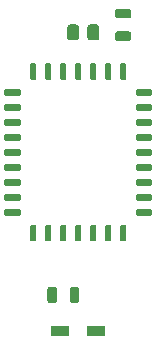
<source format=gtp>
G04 #@! TF.GenerationSoftware,KiCad,Pcbnew,(5.1.5-0-10_14)*
G04 #@! TF.CreationDate,2021-04-02T23:51:13-04:00*
G04 #@! TF.ProjectId,GW28R8128,47573238-5238-4313-9238-2e6b69636164,rev?*
G04 #@! TF.SameCoordinates,Original*
G04 #@! TF.FileFunction,Paste,Top*
G04 #@! TF.FilePolarity,Positive*
%FSLAX46Y46*%
G04 Gerber Fmt 4.6, Leading zero omitted, Abs format (unit mm)*
G04 Created by KiCad (PCBNEW (5.1.5-0-10_14)) date 2021-04-02 23:51:13*
%MOMM*%
%LPD*%
G04 APERTURE LIST*
%ADD10C,0.100000*%
%ADD11R,1.623800X0.823800*%
G04 APERTURE END LIST*
D10*
G36*
X46259603Y-48220963D02*
G01*
X46279018Y-48223843D01*
X46298057Y-48228612D01*
X46316537Y-48235224D01*
X46334279Y-48243616D01*
X46351114Y-48253706D01*
X46366879Y-48265398D01*
X46381421Y-48278579D01*
X46394602Y-48293121D01*
X46406294Y-48308886D01*
X46416384Y-48325721D01*
X46424776Y-48343463D01*
X46431388Y-48361943D01*
X46436157Y-48380982D01*
X46439037Y-48400397D01*
X46440000Y-48420000D01*
X46440000Y-49370000D01*
X46439037Y-49389603D01*
X46436157Y-49409018D01*
X46431388Y-49428057D01*
X46424776Y-49446537D01*
X46416384Y-49464279D01*
X46406294Y-49481114D01*
X46394602Y-49496879D01*
X46381421Y-49511421D01*
X46366879Y-49524602D01*
X46351114Y-49536294D01*
X46334279Y-49546384D01*
X46316537Y-49554776D01*
X46298057Y-49561388D01*
X46279018Y-49566157D01*
X46259603Y-49569037D01*
X46240000Y-49570000D01*
X45840000Y-49570000D01*
X45820397Y-49569037D01*
X45800982Y-49566157D01*
X45781943Y-49561388D01*
X45763463Y-49554776D01*
X45745721Y-49546384D01*
X45728886Y-49536294D01*
X45713121Y-49524602D01*
X45698579Y-49511421D01*
X45685398Y-49496879D01*
X45673706Y-49481114D01*
X45663616Y-49464279D01*
X45655224Y-49446537D01*
X45648612Y-49428057D01*
X45643843Y-49409018D01*
X45640963Y-49389603D01*
X45640000Y-49370000D01*
X45640000Y-48420000D01*
X45640963Y-48400397D01*
X45643843Y-48380982D01*
X45648612Y-48361943D01*
X45655224Y-48343463D01*
X45663616Y-48325721D01*
X45673706Y-48308886D01*
X45685398Y-48293121D01*
X45698579Y-48278579D01*
X45713121Y-48265398D01*
X45728886Y-48253706D01*
X45745721Y-48243616D01*
X45763463Y-48235224D01*
X45781943Y-48228612D01*
X45800982Y-48223843D01*
X45820397Y-48220963D01*
X45840000Y-48220000D01*
X46240000Y-48220000D01*
X46259603Y-48220963D01*
G37*
G36*
X48159603Y-48220963D02*
G01*
X48179018Y-48223843D01*
X48198057Y-48228612D01*
X48216537Y-48235224D01*
X48234279Y-48243616D01*
X48251114Y-48253706D01*
X48266879Y-48265398D01*
X48281421Y-48278579D01*
X48294602Y-48293121D01*
X48306294Y-48308886D01*
X48316384Y-48325721D01*
X48324776Y-48343463D01*
X48331388Y-48361943D01*
X48336157Y-48380982D01*
X48339037Y-48400397D01*
X48340000Y-48420000D01*
X48340000Y-49370000D01*
X48339037Y-49389603D01*
X48336157Y-49409018D01*
X48331388Y-49428057D01*
X48324776Y-49446537D01*
X48316384Y-49464279D01*
X48306294Y-49481114D01*
X48294602Y-49496879D01*
X48281421Y-49511421D01*
X48266879Y-49524602D01*
X48251114Y-49536294D01*
X48234279Y-49546384D01*
X48216537Y-49554776D01*
X48198057Y-49561388D01*
X48179018Y-49566157D01*
X48159603Y-49569037D01*
X48140000Y-49570000D01*
X47740000Y-49570000D01*
X47720397Y-49569037D01*
X47700982Y-49566157D01*
X47681943Y-49561388D01*
X47663463Y-49554776D01*
X47645721Y-49546384D01*
X47628886Y-49536294D01*
X47613121Y-49524602D01*
X47598579Y-49511421D01*
X47585398Y-49496879D01*
X47573706Y-49481114D01*
X47563616Y-49464279D01*
X47555224Y-49446537D01*
X47548612Y-49428057D01*
X47543843Y-49409018D01*
X47540963Y-49389603D01*
X47540000Y-49370000D01*
X47540000Y-48420000D01*
X47540963Y-48400397D01*
X47543843Y-48380982D01*
X47548612Y-48361943D01*
X47555224Y-48343463D01*
X47563616Y-48325721D01*
X47573706Y-48308886D01*
X47585398Y-48293121D01*
X47598579Y-48278579D01*
X47613121Y-48265398D01*
X47628886Y-48253706D01*
X47645721Y-48243616D01*
X47663463Y-48235224D01*
X47681943Y-48228612D01*
X47700982Y-48223843D01*
X47720397Y-48220963D01*
X47740000Y-48220000D01*
X48140000Y-48220000D01*
X48159603Y-48220963D01*
G37*
G36*
X48104504Y-25996204D02*
G01*
X48128773Y-25999804D01*
X48152571Y-26005765D01*
X48175671Y-26014030D01*
X48197849Y-26024520D01*
X48218893Y-26037133D01*
X48238598Y-26051747D01*
X48256777Y-26068223D01*
X48273253Y-26086402D01*
X48287867Y-26106107D01*
X48300480Y-26127151D01*
X48310970Y-26149329D01*
X48319235Y-26172429D01*
X48325196Y-26196227D01*
X48328796Y-26220496D01*
X48330000Y-26245000D01*
X48330000Y-27095000D01*
X48328796Y-27119504D01*
X48325196Y-27143773D01*
X48319235Y-27167571D01*
X48310970Y-27190671D01*
X48300480Y-27212849D01*
X48287867Y-27233893D01*
X48273253Y-27253598D01*
X48256777Y-27271777D01*
X48238598Y-27288253D01*
X48218893Y-27302867D01*
X48197849Y-27315480D01*
X48175671Y-27325970D01*
X48152571Y-27334235D01*
X48128773Y-27340196D01*
X48104504Y-27343796D01*
X48080000Y-27345000D01*
X47580000Y-27345000D01*
X47555496Y-27343796D01*
X47531227Y-27340196D01*
X47507429Y-27334235D01*
X47484329Y-27325970D01*
X47462151Y-27315480D01*
X47441107Y-27302867D01*
X47421402Y-27288253D01*
X47403223Y-27271777D01*
X47386747Y-27253598D01*
X47372133Y-27233893D01*
X47359520Y-27212849D01*
X47349030Y-27190671D01*
X47340765Y-27167571D01*
X47334804Y-27143773D01*
X47331204Y-27119504D01*
X47330000Y-27095000D01*
X47330000Y-26245000D01*
X47331204Y-26220496D01*
X47334804Y-26196227D01*
X47340765Y-26172429D01*
X47349030Y-26149329D01*
X47359520Y-26127151D01*
X47372133Y-26106107D01*
X47386747Y-26086402D01*
X47403223Y-26068223D01*
X47421402Y-26051747D01*
X47441107Y-26037133D01*
X47462151Y-26024520D01*
X47484329Y-26014030D01*
X47507429Y-26005765D01*
X47531227Y-25999804D01*
X47555496Y-25996204D01*
X47580000Y-25995000D01*
X48080000Y-25995000D01*
X48104504Y-25996204D01*
G37*
G36*
X49804504Y-25996204D02*
G01*
X49828773Y-25999804D01*
X49852571Y-26005765D01*
X49875671Y-26014030D01*
X49897849Y-26024520D01*
X49918893Y-26037133D01*
X49938598Y-26051747D01*
X49956777Y-26068223D01*
X49973253Y-26086402D01*
X49987867Y-26106107D01*
X50000480Y-26127151D01*
X50010970Y-26149329D01*
X50019235Y-26172429D01*
X50025196Y-26196227D01*
X50028796Y-26220496D01*
X50030000Y-26245000D01*
X50030000Y-27095000D01*
X50028796Y-27119504D01*
X50025196Y-27143773D01*
X50019235Y-27167571D01*
X50010970Y-27190671D01*
X50000480Y-27212849D01*
X49987867Y-27233893D01*
X49973253Y-27253598D01*
X49956777Y-27271777D01*
X49938598Y-27288253D01*
X49918893Y-27302867D01*
X49897849Y-27315480D01*
X49875671Y-27325970D01*
X49852571Y-27334235D01*
X49828773Y-27340196D01*
X49804504Y-27343796D01*
X49780000Y-27345000D01*
X49280000Y-27345000D01*
X49255496Y-27343796D01*
X49231227Y-27340196D01*
X49207429Y-27334235D01*
X49184329Y-27325970D01*
X49162151Y-27315480D01*
X49141107Y-27302867D01*
X49121402Y-27288253D01*
X49103223Y-27271777D01*
X49086747Y-27253598D01*
X49072133Y-27233893D01*
X49059520Y-27212849D01*
X49049030Y-27190671D01*
X49040765Y-27167571D01*
X49034804Y-27143773D01*
X49031204Y-27119504D01*
X49030000Y-27095000D01*
X49030000Y-26245000D01*
X49031204Y-26220496D01*
X49034804Y-26196227D01*
X49040765Y-26172429D01*
X49049030Y-26149329D01*
X49059520Y-26127151D01*
X49072133Y-26106107D01*
X49086747Y-26086402D01*
X49103223Y-26068223D01*
X49121402Y-26051747D01*
X49141107Y-26037133D01*
X49162151Y-26024520D01*
X49184329Y-26014030D01*
X49207429Y-26005765D01*
X49231227Y-25999804D01*
X49255496Y-25996204D01*
X49280000Y-25995000D01*
X49780000Y-25995000D01*
X49804504Y-25996204D01*
G37*
G36*
X52564603Y-26585963D02*
G01*
X52584018Y-26588843D01*
X52603057Y-26593612D01*
X52621537Y-26600224D01*
X52639279Y-26608616D01*
X52656114Y-26618706D01*
X52671879Y-26630398D01*
X52686421Y-26643579D01*
X52699602Y-26658121D01*
X52711294Y-26673886D01*
X52721384Y-26690721D01*
X52729776Y-26708463D01*
X52736388Y-26726943D01*
X52741157Y-26745982D01*
X52744037Y-26765397D01*
X52745000Y-26785000D01*
X52745000Y-27185000D01*
X52744037Y-27204603D01*
X52741157Y-27224018D01*
X52736388Y-27243057D01*
X52729776Y-27261537D01*
X52721384Y-27279279D01*
X52711294Y-27296114D01*
X52699602Y-27311879D01*
X52686421Y-27326421D01*
X52671879Y-27339602D01*
X52656114Y-27351294D01*
X52639279Y-27361384D01*
X52621537Y-27369776D01*
X52603057Y-27376388D01*
X52584018Y-27381157D01*
X52564603Y-27384037D01*
X52545000Y-27385000D01*
X51595000Y-27385000D01*
X51575397Y-27384037D01*
X51555982Y-27381157D01*
X51536943Y-27376388D01*
X51518463Y-27369776D01*
X51500721Y-27361384D01*
X51483886Y-27351294D01*
X51468121Y-27339602D01*
X51453579Y-27326421D01*
X51440398Y-27311879D01*
X51428706Y-27296114D01*
X51418616Y-27279279D01*
X51410224Y-27261537D01*
X51403612Y-27243057D01*
X51398843Y-27224018D01*
X51395963Y-27204603D01*
X51395000Y-27185000D01*
X51395000Y-26785000D01*
X51395963Y-26765397D01*
X51398843Y-26745982D01*
X51403612Y-26726943D01*
X51410224Y-26708463D01*
X51418616Y-26690721D01*
X51428706Y-26673886D01*
X51440398Y-26658121D01*
X51453579Y-26643579D01*
X51468121Y-26630398D01*
X51483886Y-26618706D01*
X51500721Y-26608616D01*
X51518463Y-26600224D01*
X51536943Y-26593612D01*
X51555982Y-26588843D01*
X51575397Y-26585963D01*
X51595000Y-26585000D01*
X52545000Y-26585000D01*
X52564603Y-26585963D01*
G37*
G36*
X52564603Y-24685963D02*
G01*
X52584018Y-24688843D01*
X52603057Y-24693612D01*
X52621537Y-24700224D01*
X52639279Y-24708616D01*
X52656114Y-24718706D01*
X52671879Y-24730398D01*
X52686421Y-24743579D01*
X52699602Y-24758121D01*
X52711294Y-24773886D01*
X52721384Y-24790721D01*
X52729776Y-24808463D01*
X52736388Y-24826943D01*
X52741157Y-24845982D01*
X52744037Y-24865397D01*
X52745000Y-24885000D01*
X52745000Y-25285000D01*
X52744037Y-25304603D01*
X52741157Y-25324018D01*
X52736388Y-25343057D01*
X52729776Y-25361537D01*
X52721384Y-25379279D01*
X52711294Y-25396114D01*
X52699602Y-25411879D01*
X52686421Y-25426421D01*
X52671879Y-25439602D01*
X52656114Y-25451294D01*
X52639279Y-25461384D01*
X52621537Y-25469776D01*
X52603057Y-25476388D01*
X52584018Y-25481157D01*
X52564603Y-25484037D01*
X52545000Y-25485000D01*
X51595000Y-25485000D01*
X51575397Y-25484037D01*
X51555982Y-25481157D01*
X51536943Y-25476388D01*
X51518463Y-25469776D01*
X51500721Y-25461384D01*
X51483886Y-25451294D01*
X51468121Y-25439602D01*
X51453579Y-25426421D01*
X51440398Y-25411879D01*
X51428706Y-25396114D01*
X51418616Y-25379279D01*
X51410224Y-25361537D01*
X51403612Y-25343057D01*
X51398843Y-25324018D01*
X51395963Y-25304603D01*
X51395000Y-25285000D01*
X51395000Y-24885000D01*
X51395963Y-24865397D01*
X51398843Y-24845982D01*
X51403612Y-24826943D01*
X51410224Y-24808463D01*
X51418616Y-24790721D01*
X51428706Y-24773886D01*
X51440398Y-24758121D01*
X51453579Y-24743579D01*
X51468121Y-24730398D01*
X51483886Y-24718706D01*
X51500721Y-24708616D01*
X51518463Y-24700224D01*
X51536943Y-24693612D01*
X51555982Y-24688843D01*
X51575397Y-24685963D01*
X51595000Y-24685000D01*
X52545000Y-24685000D01*
X52564603Y-24685963D01*
G37*
G36*
X49673785Y-29293731D02*
G01*
X49686497Y-29295616D01*
X49698963Y-29298739D01*
X49711062Y-29303068D01*
X49722679Y-29308562D01*
X49733702Y-29315169D01*
X49744024Y-29322824D01*
X49753546Y-29331454D01*
X49762176Y-29340976D01*
X49769831Y-29351298D01*
X49776438Y-29362321D01*
X49781932Y-29373938D01*
X49786261Y-29386037D01*
X49789384Y-29398503D01*
X49791269Y-29411215D01*
X49791900Y-29424050D01*
X49791900Y-30560950D01*
X49791269Y-30573785D01*
X49789384Y-30586497D01*
X49786261Y-30598963D01*
X49781932Y-30611062D01*
X49776438Y-30622679D01*
X49769831Y-30633702D01*
X49762176Y-30644024D01*
X49753546Y-30653546D01*
X49744024Y-30662176D01*
X49733702Y-30669831D01*
X49722679Y-30676438D01*
X49711062Y-30681932D01*
X49698963Y-30686261D01*
X49686497Y-30689384D01*
X49673785Y-30691269D01*
X49660950Y-30691900D01*
X49399050Y-30691900D01*
X49386215Y-30691269D01*
X49373503Y-30689384D01*
X49361037Y-30686261D01*
X49348938Y-30681932D01*
X49337321Y-30676438D01*
X49326298Y-30669831D01*
X49315976Y-30662176D01*
X49306454Y-30653546D01*
X49297824Y-30644024D01*
X49290169Y-30633702D01*
X49283562Y-30622679D01*
X49278068Y-30611062D01*
X49273739Y-30598963D01*
X49270616Y-30586497D01*
X49268731Y-30573785D01*
X49268100Y-30560950D01*
X49268100Y-29424050D01*
X49268731Y-29411215D01*
X49270616Y-29398503D01*
X49273739Y-29386037D01*
X49278068Y-29373938D01*
X49283562Y-29362321D01*
X49290169Y-29351298D01*
X49297824Y-29340976D01*
X49306454Y-29331454D01*
X49315976Y-29322824D01*
X49326298Y-29315169D01*
X49337321Y-29308562D01*
X49348938Y-29303068D01*
X49361037Y-29298739D01*
X49373503Y-29295616D01*
X49386215Y-29293731D01*
X49399050Y-29293100D01*
X49660950Y-29293100D01*
X49673785Y-29293731D01*
G37*
G36*
X50943785Y-29293731D02*
G01*
X50956497Y-29295616D01*
X50968963Y-29298739D01*
X50981062Y-29303068D01*
X50992679Y-29308562D01*
X51003702Y-29315169D01*
X51014024Y-29322824D01*
X51023546Y-29331454D01*
X51032176Y-29340976D01*
X51039831Y-29351298D01*
X51046438Y-29362321D01*
X51051932Y-29373938D01*
X51056261Y-29386037D01*
X51059384Y-29398503D01*
X51061269Y-29411215D01*
X51061900Y-29424050D01*
X51061900Y-30560950D01*
X51061269Y-30573785D01*
X51059384Y-30586497D01*
X51056261Y-30598963D01*
X51051932Y-30611062D01*
X51046438Y-30622679D01*
X51039831Y-30633702D01*
X51032176Y-30644024D01*
X51023546Y-30653546D01*
X51014024Y-30662176D01*
X51003702Y-30669831D01*
X50992679Y-30676438D01*
X50981062Y-30681932D01*
X50968963Y-30686261D01*
X50956497Y-30689384D01*
X50943785Y-30691269D01*
X50930950Y-30691900D01*
X50669050Y-30691900D01*
X50656215Y-30691269D01*
X50643503Y-30689384D01*
X50631037Y-30686261D01*
X50618938Y-30681932D01*
X50607321Y-30676438D01*
X50596298Y-30669831D01*
X50585976Y-30662176D01*
X50576454Y-30653546D01*
X50567824Y-30644024D01*
X50560169Y-30633702D01*
X50553562Y-30622679D01*
X50548068Y-30611062D01*
X50543739Y-30598963D01*
X50540616Y-30586497D01*
X50538731Y-30573785D01*
X50538100Y-30560950D01*
X50538100Y-29424050D01*
X50538731Y-29411215D01*
X50540616Y-29398503D01*
X50543739Y-29386037D01*
X50548068Y-29373938D01*
X50553562Y-29362321D01*
X50560169Y-29351298D01*
X50567824Y-29340976D01*
X50576454Y-29331454D01*
X50585976Y-29322824D01*
X50596298Y-29315169D01*
X50607321Y-29308562D01*
X50618938Y-29303068D01*
X50631037Y-29298739D01*
X50643503Y-29295616D01*
X50656215Y-29293731D01*
X50669050Y-29293100D01*
X50930950Y-29293100D01*
X50943785Y-29293731D01*
G37*
G36*
X52213785Y-29293731D02*
G01*
X52226497Y-29295616D01*
X52238963Y-29298739D01*
X52251062Y-29303068D01*
X52262679Y-29308562D01*
X52273702Y-29315169D01*
X52284024Y-29322824D01*
X52293546Y-29331454D01*
X52302176Y-29340976D01*
X52309831Y-29351298D01*
X52316438Y-29362321D01*
X52321932Y-29373938D01*
X52326261Y-29386037D01*
X52329384Y-29398503D01*
X52331269Y-29411215D01*
X52331900Y-29424050D01*
X52331900Y-30560950D01*
X52331269Y-30573785D01*
X52329384Y-30586497D01*
X52326261Y-30598963D01*
X52321932Y-30611062D01*
X52316438Y-30622679D01*
X52309831Y-30633702D01*
X52302176Y-30644024D01*
X52293546Y-30653546D01*
X52284024Y-30662176D01*
X52273702Y-30669831D01*
X52262679Y-30676438D01*
X52251062Y-30681932D01*
X52238963Y-30686261D01*
X52226497Y-30689384D01*
X52213785Y-30691269D01*
X52200950Y-30691900D01*
X51939050Y-30691900D01*
X51926215Y-30691269D01*
X51913503Y-30689384D01*
X51901037Y-30686261D01*
X51888938Y-30681932D01*
X51877321Y-30676438D01*
X51866298Y-30669831D01*
X51855976Y-30662176D01*
X51846454Y-30653546D01*
X51837824Y-30644024D01*
X51830169Y-30633702D01*
X51823562Y-30622679D01*
X51818068Y-30611062D01*
X51813739Y-30598963D01*
X51810616Y-30586497D01*
X51808731Y-30573785D01*
X51808100Y-30560950D01*
X51808100Y-29424050D01*
X51808731Y-29411215D01*
X51810616Y-29398503D01*
X51813739Y-29386037D01*
X51818068Y-29373938D01*
X51823562Y-29362321D01*
X51830169Y-29351298D01*
X51837824Y-29340976D01*
X51846454Y-29331454D01*
X51855976Y-29322824D01*
X51866298Y-29315169D01*
X51877321Y-29308562D01*
X51888938Y-29303068D01*
X51901037Y-29298739D01*
X51913503Y-29295616D01*
X51926215Y-29293731D01*
X51939050Y-29293100D01*
X52200950Y-29293100D01*
X52213785Y-29293731D01*
G37*
G36*
X54403785Y-31488731D02*
G01*
X54416497Y-31490616D01*
X54428963Y-31493739D01*
X54441062Y-31498068D01*
X54452679Y-31503562D01*
X54463702Y-31510169D01*
X54474024Y-31517824D01*
X54483546Y-31526454D01*
X54492176Y-31535976D01*
X54499831Y-31546298D01*
X54506438Y-31557321D01*
X54511932Y-31568938D01*
X54516261Y-31581037D01*
X54519384Y-31593503D01*
X54521269Y-31606215D01*
X54521900Y-31619050D01*
X54521900Y-31880950D01*
X54521269Y-31893785D01*
X54519384Y-31906497D01*
X54516261Y-31918963D01*
X54511932Y-31931062D01*
X54506438Y-31942679D01*
X54499831Y-31953702D01*
X54492176Y-31964024D01*
X54483546Y-31973546D01*
X54474024Y-31982176D01*
X54463702Y-31989831D01*
X54452679Y-31996438D01*
X54441062Y-32001932D01*
X54428963Y-32006261D01*
X54416497Y-32009384D01*
X54403785Y-32011269D01*
X54390950Y-32011900D01*
X53254050Y-32011900D01*
X53241215Y-32011269D01*
X53228503Y-32009384D01*
X53216037Y-32006261D01*
X53203938Y-32001932D01*
X53192321Y-31996438D01*
X53181298Y-31989831D01*
X53170976Y-31982176D01*
X53161454Y-31973546D01*
X53152824Y-31964024D01*
X53145169Y-31953702D01*
X53138562Y-31942679D01*
X53133068Y-31931062D01*
X53128739Y-31918963D01*
X53125616Y-31906497D01*
X53123731Y-31893785D01*
X53123100Y-31880950D01*
X53123100Y-31619050D01*
X53123731Y-31606215D01*
X53125616Y-31593503D01*
X53128739Y-31581037D01*
X53133068Y-31568938D01*
X53138562Y-31557321D01*
X53145169Y-31546298D01*
X53152824Y-31535976D01*
X53161454Y-31526454D01*
X53170976Y-31517824D01*
X53181298Y-31510169D01*
X53192321Y-31503562D01*
X53203938Y-31498068D01*
X53216037Y-31493739D01*
X53228503Y-31490616D01*
X53241215Y-31488731D01*
X53254050Y-31488100D01*
X54390950Y-31488100D01*
X54403785Y-31488731D01*
G37*
G36*
X54403785Y-32758731D02*
G01*
X54416497Y-32760616D01*
X54428963Y-32763739D01*
X54441062Y-32768068D01*
X54452679Y-32773562D01*
X54463702Y-32780169D01*
X54474024Y-32787824D01*
X54483546Y-32796454D01*
X54492176Y-32805976D01*
X54499831Y-32816298D01*
X54506438Y-32827321D01*
X54511932Y-32838938D01*
X54516261Y-32851037D01*
X54519384Y-32863503D01*
X54521269Y-32876215D01*
X54521900Y-32889050D01*
X54521900Y-33150950D01*
X54521269Y-33163785D01*
X54519384Y-33176497D01*
X54516261Y-33188963D01*
X54511932Y-33201062D01*
X54506438Y-33212679D01*
X54499831Y-33223702D01*
X54492176Y-33234024D01*
X54483546Y-33243546D01*
X54474024Y-33252176D01*
X54463702Y-33259831D01*
X54452679Y-33266438D01*
X54441062Y-33271932D01*
X54428963Y-33276261D01*
X54416497Y-33279384D01*
X54403785Y-33281269D01*
X54390950Y-33281900D01*
X53254050Y-33281900D01*
X53241215Y-33281269D01*
X53228503Y-33279384D01*
X53216037Y-33276261D01*
X53203938Y-33271932D01*
X53192321Y-33266438D01*
X53181298Y-33259831D01*
X53170976Y-33252176D01*
X53161454Y-33243546D01*
X53152824Y-33234024D01*
X53145169Y-33223702D01*
X53138562Y-33212679D01*
X53133068Y-33201062D01*
X53128739Y-33188963D01*
X53125616Y-33176497D01*
X53123731Y-33163785D01*
X53123100Y-33150950D01*
X53123100Y-32889050D01*
X53123731Y-32876215D01*
X53125616Y-32863503D01*
X53128739Y-32851037D01*
X53133068Y-32838938D01*
X53138562Y-32827321D01*
X53145169Y-32816298D01*
X53152824Y-32805976D01*
X53161454Y-32796454D01*
X53170976Y-32787824D01*
X53181298Y-32780169D01*
X53192321Y-32773562D01*
X53203938Y-32768068D01*
X53216037Y-32763739D01*
X53228503Y-32760616D01*
X53241215Y-32758731D01*
X53254050Y-32758100D01*
X54390950Y-32758100D01*
X54403785Y-32758731D01*
G37*
G36*
X54403785Y-34028731D02*
G01*
X54416497Y-34030616D01*
X54428963Y-34033739D01*
X54441062Y-34038068D01*
X54452679Y-34043562D01*
X54463702Y-34050169D01*
X54474024Y-34057824D01*
X54483546Y-34066454D01*
X54492176Y-34075976D01*
X54499831Y-34086298D01*
X54506438Y-34097321D01*
X54511932Y-34108938D01*
X54516261Y-34121037D01*
X54519384Y-34133503D01*
X54521269Y-34146215D01*
X54521900Y-34159050D01*
X54521900Y-34420950D01*
X54521269Y-34433785D01*
X54519384Y-34446497D01*
X54516261Y-34458963D01*
X54511932Y-34471062D01*
X54506438Y-34482679D01*
X54499831Y-34493702D01*
X54492176Y-34504024D01*
X54483546Y-34513546D01*
X54474024Y-34522176D01*
X54463702Y-34529831D01*
X54452679Y-34536438D01*
X54441062Y-34541932D01*
X54428963Y-34546261D01*
X54416497Y-34549384D01*
X54403785Y-34551269D01*
X54390950Y-34551900D01*
X53254050Y-34551900D01*
X53241215Y-34551269D01*
X53228503Y-34549384D01*
X53216037Y-34546261D01*
X53203938Y-34541932D01*
X53192321Y-34536438D01*
X53181298Y-34529831D01*
X53170976Y-34522176D01*
X53161454Y-34513546D01*
X53152824Y-34504024D01*
X53145169Y-34493702D01*
X53138562Y-34482679D01*
X53133068Y-34471062D01*
X53128739Y-34458963D01*
X53125616Y-34446497D01*
X53123731Y-34433785D01*
X53123100Y-34420950D01*
X53123100Y-34159050D01*
X53123731Y-34146215D01*
X53125616Y-34133503D01*
X53128739Y-34121037D01*
X53133068Y-34108938D01*
X53138562Y-34097321D01*
X53145169Y-34086298D01*
X53152824Y-34075976D01*
X53161454Y-34066454D01*
X53170976Y-34057824D01*
X53181298Y-34050169D01*
X53192321Y-34043562D01*
X53203938Y-34038068D01*
X53216037Y-34033739D01*
X53228503Y-34030616D01*
X53241215Y-34028731D01*
X53254050Y-34028100D01*
X54390950Y-34028100D01*
X54403785Y-34028731D01*
G37*
G36*
X54403785Y-35298731D02*
G01*
X54416497Y-35300616D01*
X54428963Y-35303739D01*
X54441062Y-35308068D01*
X54452679Y-35313562D01*
X54463702Y-35320169D01*
X54474024Y-35327824D01*
X54483546Y-35336454D01*
X54492176Y-35345976D01*
X54499831Y-35356298D01*
X54506438Y-35367321D01*
X54511932Y-35378938D01*
X54516261Y-35391037D01*
X54519384Y-35403503D01*
X54521269Y-35416215D01*
X54521900Y-35429050D01*
X54521900Y-35690950D01*
X54521269Y-35703785D01*
X54519384Y-35716497D01*
X54516261Y-35728963D01*
X54511932Y-35741062D01*
X54506438Y-35752679D01*
X54499831Y-35763702D01*
X54492176Y-35774024D01*
X54483546Y-35783546D01*
X54474024Y-35792176D01*
X54463702Y-35799831D01*
X54452679Y-35806438D01*
X54441062Y-35811932D01*
X54428963Y-35816261D01*
X54416497Y-35819384D01*
X54403785Y-35821269D01*
X54390950Y-35821900D01*
X53254050Y-35821900D01*
X53241215Y-35821269D01*
X53228503Y-35819384D01*
X53216037Y-35816261D01*
X53203938Y-35811932D01*
X53192321Y-35806438D01*
X53181298Y-35799831D01*
X53170976Y-35792176D01*
X53161454Y-35783546D01*
X53152824Y-35774024D01*
X53145169Y-35763702D01*
X53138562Y-35752679D01*
X53133068Y-35741062D01*
X53128739Y-35728963D01*
X53125616Y-35716497D01*
X53123731Y-35703785D01*
X53123100Y-35690950D01*
X53123100Y-35429050D01*
X53123731Y-35416215D01*
X53125616Y-35403503D01*
X53128739Y-35391037D01*
X53133068Y-35378938D01*
X53138562Y-35367321D01*
X53145169Y-35356298D01*
X53152824Y-35345976D01*
X53161454Y-35336454D01*
X53170976Y-35327824D01*
X53181298Y-35320169D01*
X53192321Y-35313562D01*
X53203938Y-35308068D01*
X53216037Y-35303739D01*
X53228503Y-35300616D01*
X53241215Y-35298731D01*
X53254050Y-35298100D01*
X54390950Y-35298100D01*
X54403785Y-35298731D01*
G37*
G36*
X54403785Y-36568731D02*
G01*
X54416497Y-36570616D01*
X54428963Y-36573739D01*
X54441062Y-36578068D01*
X54452679Y-36583562D01*
X54463702Y-36590169D01*
X54474024Y-36597824D01*
X54483546Y-36606454D01*
X54492176Y-36615976D01*
X54499831Y-36626298D01*
X54506438Y-36637321D01*
X54511932Y-36648938D01*
X54516261Y-36661037D01*
X54519384Y-36673503D01*
X54521269Y-36686215D01*
X54521900Y-36699050D01*
X54521900Y-36960950D01*
X54521269Y-36973785D01*
X54519384Y-36986497D01*
X54516261Y-36998963D01*
X54511932Y-37011062D01*
X54506438Y-37022679D01*
X54499831Y-37033702D01*
X54492176Y-37044024D01*
X54483546Y-37053546D01*
X54474024Y-37062176D01*
X54463702Y-37069831D01*
X54452679Y-37076438D01*
X54441062Y-37081932D01*
X54428963Y-37086261D01*
X54416497Y-37089384D01*
X54403785Y-37091269D01*
X54390950Y-37091900D01*
X53254050Y-37091900D01*
X53241215Y-37091269D01*
X53228503Y-37089384D01*
X53216037Y-37086261D01*
X53203938Y-37081932D01*
X53192321Y-37076438D01*
X53181298Y-37069831D01*
X53170976Y-37062176D01*
X53161454Y-37053546D01*
X53152824Y-37044024D01*
X53145169Y-37033702D01*
X53138562Y-37022679D01*
X53133068Y-37011062D01*
X53128739Y-36998963D01*
X53125616Y-36986497D01*
X53123731Y-36973785D01*
X53123100Y-36960950D01*
X53123100Y-36699050D01*
X53123731Y-36686215D01*
X53125616Y-36673503D01*
X53128739Y-36661037D01*
X53133068Y-36648938D01*
X53138562Y-36637321D01*
X53145169Y-36626298D01*
X53152824Y-36615976D01*
X53161454Y-36606454D01*
X53170976Y-36597824D01*
X53181298Y-36590169D01*
X53192321Y-36583562D01*
X53203938Y-36578068D01*
X53216037Y-36573739D01*
X53228503Y-36570616D01*
X53241215Y-36568731D01*
X53254050Y-36568100D01*
X54390950Y-36568100D01*
X54403785Y-36568731D01*
G37*
G36*
X54403785Y-37838731D02*
G01*
X54416497Y-37840616D01*
X54428963Y-37843739D01*
X54441062Y-37848068D01*
X54452679Y-37853562D01*
X54463702Y-37860169D01*
X54474024Y-37867824D01*
X54483546Y-37876454D01*
X54492176Y-37885976D01*
X54499831Y-37896298D01*
X54506438Y-37907321D01*
X54511932Y-37918938D01*
X54516261Y-37931037D01*
X54519384Y-37943503D01*
X54521269Y-37956215D01*
X54521900Y-37969050D01*
X54521900Y-38230950D01*
X54521269Y-38243785D01*
X54519384Y-38256497D01*
X54516261Y-38268963D01*
X54511932Y-38281062D01*
X54506438Y-38292679D01*
X54499831Y-38303702D01*
X54492176Y-38314024D01*
X54483546Y-38323546D01*
X54474024Y-38332176D01*
X54463702Y-38339831D01*
X54452679Y-38346438D01*
X54441062Y-38351932D01*
X54428963Y-38356261D01*
X54416497Y-38359384D01*
X54403785Y-38361269D01*
X54390950Y-38361900D01*
X53254050Y-38361900D01*
X53241215Y-38361269D01*
X53228503Y-38359384D01*
X53216037Y-38356261D01*
X53203938Y-38351932D01*
X53192321Y-38346438D01*
X53181298Y-38339831D01*
X53170976Y-38332176D01*
X53161454Y-38323546D01*
X53152824Y-38314024D01*
X53145169Y-38303702D01*
X53138562Y-38292679D01*
X53133068Y-38281062D01*
X53128739Y-38268963D01*
X53125616Y-38256497D01*
X53123731Y-38243785D01*
X53123100Y-38230950D01*
X53123100Y-37969050D01*
X53123731Y-37956215D01*
X53125616Y-37943503D01*
X53128739Y-37931037D01*
X53133068Y-37918938D01*
X53138562Y-37907321D01*
X53145169Y-37896298D01*
X53152824Y-37885976D01*
X53161454Y-37876454D01*
X53170976Y-37867824D01*
X53181298Y-37860169D01*
X53192321Y-37853562D01*
X53203938Y-37848068D01*
X53216037Y-37843739D01*
X53228503Y-37840616D01*
X53241215Y-37838731D01*
X53254050Y-37838100D01*
X54390950Y-37838100D01*
X54403785Y-37838731D01*
G37*
G36*
X54403785Y-39108731D02*
G01*
X54416497Y-39110616D01*
X54428963Y-39113739D01*
X54441062Y-39118068D01*
X54452679Y-39123562D01*
X54463702Y-39130169D01*
X54474024Y-39137824D01*
X54483546Y-39146454D01*
X54492176Y-39155976D01*
X54499831Y-39166298D01*
X54506438Y-39177321D01*
X54511932Y-39188938D01*
X54516261Y-39201037D01*
X54519384Y-39213503D01*
X54521269Y-39226215D01*
X54521900Y-39239050D01*
X54521900Y-39500950D01*
X54521269Y-39513785D01*
X54519384Y-39526497D01*
X54516261Y-39538963D01*
X54511932Y-39551062D01*
X54506438Y-39562679D01*
X54499831Y-39573702D01*
X54492176Y-39584024D01*
X54483546Y-39593546D01*
X54474024Y-39602176D01*
X54463702Y-39609831D01*
X54452679Y-39616438D01*
X54441062Y-39621932D01*
X54428963Y-39626261D01*
X54416497Y-39629384D01*
X54403785Y-39631269D01*
X54390950Y-39631900D01*
X53254050Y-39631900D01*
X53241215Y-39631269D01*
X53228503Y-39629384D01*
X53216037Y-39626261D01*
X53203938Y-39621932D01*
X53192321Y-39616438D01*
X53181298Y-39609831D01*
X53170976Y-39602176D01*
X53161454Y-39593546D01*
X53152824Y-39584024D01*
X53145169Y-39573702D01*
X53138562Y-39562679D01*
X53133068Y-39551062D01*
X53128739Y-39538963D01*
X53125616Y-39526497D01*
X53123731Y-39513785D01*
X53123100Y-39500950D01*
X53123100Y-39239050D01*
X53123731Y-39226215D01*
X53125616Y-39213503D01*
X53128739Y-39201037D01*
X53133068Y-39188938D01*
X53138562Y-39177321D01*
X53145169Y-39166298D01*
X53152824Y-39155976D01*
X53161454Y-39146454D01*
X53170976Y-39137824D01*
X53181298Y-39130169D01*
X53192321Y-39123562D01*
X53203938Y-39118068D01*
X53216037Y-39113739D01*
X53228503Y-39110616D01*
X53241215Y-39108731D01*
X53254050Y-39108100D01*
X54390950Y-39108100D01*
X54403785Y-39108731D01*
G37*
G36*
X54403785Y-40378731D02*
G01*
X54416497Y-40380616D01*
X54428963Y-40383739D01*
X54441062Y-40388068D01*
X54452679Y-40393562D01*
X54463702Y-40400169D01*
X54474024Y-40407824D01*
X54483546Y-40416454D01*
X54492176Y-40425976D01*
X54499831Y-40436298D01*
X54506438Y-40447321D01*
X54511932Y-40458938D01*
X54516261Y-40471037D01*
X54519384Y-40483503D01*
X54521269Y-40496215D01*
X54521900Y-40509050D01*
X54521900Y-40770950D01*
X54521269Y-40783785D01*
X54519384Y-40796497D01*
X54516261Y-40808963D01*
X54511932Y-40821062D01*
X54506438Y-40832679D01*
X54499831Y-40843702D01*
X54492176Y-40854024D01*
X54483546Y-40863546D01*
X54474024Y-40872176D01*
X54463702Y-40879831D01*
X54452679Y-40886438D01*
X54441062Y-40891932D01*
X54428963Y-40896261D01*
X54416497Y-40899384D01*
X54403785Y-40901269D01*
X54390950Y-40901900D01*
X53254050Y-40901900D01*
X53241215Y-40901269D01*
X53228503Y-40899384D01*
X53216037Y-40896261D01*
X53203938Y-40891932D01*
X53192321Y-40886438D01*
X53181298Y-40879831D01*
X53170976Y-40872176D01*
X53161454Y-40863546D01*
X53152824Y-40854024D01*
X53145169Y-40843702D01*
X53138562Y-40832679D01*
X53133068Y-40821062D01*
X53128739Y-40808963D01*
X53125616Y-40796497D01*
X53123731Y-40783785D01*
X53123100Y-40770950D01*
X53123100Y-40509050D01*
X53123731Y-40496215D01*
X53125616Y-40483503D01*
X53128739Y-40471037D01*
X53133068Y-40458938D01*
X53138562Y-40447321D01*
X53145169Y-40436298D01*
X53152824Y-40425976D01*
X53161454Y-40416454D01*
X53170976Y-40407824D01*
X53181298Y-40400169D01*
X53192321Y-40393562D01*
X53203938Y-40388068D01*
X53216037Y-40383739D01*
X53228503Y-40380616D01*
X53241215Y-40378731D01*
X53254050Y-40378100D01*
X54390950Y-40378100D01*
X54403785Y-40378731D01*
G37*
G36*
X54403785Y-41648731D02*
G01*
X54416497Y-41650616D01*
X54428963Y-41653739D01*
X54441062Y-41658068D01*
X54452679Y-41663562D01*
X54463702Y-41670169D01*
X54474024Y-41677824D01*
X54483546Y-41686454D01*
X54492176Y-41695976D01*
X54499831Y-41706298D01*
X54506438Y-41717321D01*
X54511932Y-41728938D01*
X54516261Y-41741037D01*
X54519384Y-41753503D01*
X54521269Y-41766215D01*
X54521900Y-41779050D01*
X54521900Y-42040950D01*
X54521269Y-42053785D01*
X54519384Y-42066497D01*
X54516261Y-42078963D01*
X54511932Y-42091062D01*
X54506438Y-42102679D01*
X54499831Y-42113702D01*
X54492176Y-42124024D01*
X54483546Y-42133546D01*
X54474024Y-42142176D01*
X54463702Y-42149831D01*
X54452679Y-42156438D01*
X54441062Y-42161932D01*
X54428963Y-42166261D01*
X54416497Y-42169384D01*
X54403785Y-42171269D01*
X54390950Y-42171900D01*
X53254050Y-42171900D01*
X53241215Y-42171269D01*
X53228503Y-42169384D01*
X53216037Y-42166261D01*
X53203938Y-42161932D01*
X53192321Y-42156438D01*
X53181298Y-42149831D01*
X53170976Y-42142176D01*
X53161454Y-42133546D01*
X53152824Y-42124024D01*
X53145169Y-42113702D01*
X53138562Y-42102679D01*
X53133068Y-42091062D01*
X53128739Y-42078963D01*
X53125616Y-42066497D01*
X53123731Y-42053785D01*
X53123100Y-42040950D01*
X53123100Y-41779050D01*
X53123731Y-41766215D01*
X53125616Y-41753503D01*
X53128739Y-41741037D01*
X53133068Y-41728938D01*
X53138562Y-41717321D01*
X53145169Y-41706298D01*
X53152824Y-41695976D01*
X53161454Y-41686454D01*
X53170976Y-41677824D01*
X53181298Y-41670169D01*
X53192321Y-41663562D01*
X53203938Y-41658068D01*
X53216037Y-41653739D01*
X53228503Y-41650616D01*
X53241215Y-41648731D01*
X53254050Y-41648100D01*
X54390950Y-41648100D01*
X54403785Y-41648731D01*
G37*
G36*
X52213785Y-42968731D02*
G01*
X52226497Y-42970616D01*
X52238963Y-42973739D01*
X52251062Y-42978068D01*
X52262679Y-42983562D01*
X52273702Y-42990169D01*
X52284024Y-42997824D01*
X52293546Y-43006454D01*
X52302176Y-43015976D01*
X52309831Y-43026298D01*
X52316438Y-43037321D01*
X52321932Y-43048938D01*
X52326261Y-43061037D01*
X52329384Y-43073503D01*
X52331269Y-43086215D01*
X52331900Y-43099050D01*
X52331900Y-44235950D01*
X52331269Y-44248785D01*
X52329384Y-44261497D01*
X52326261Y-44273963D01*
X52321932Y-44286062D01*
X52316438Y-44297679D01*
X52309831Y-44308702D01*
X52302176Y-44319024D01*
X52293546Y-44328546D01*
X52284024Y-44337176D01*
X52273702Y-44344831D01*
X52262679Y-44351438D01*
X52251062Y-44356932D01*
X52238963Y-44361261D01*
X52226497Y-44364384D01*
X52213785Y-44366269D01*
X52200950Y-44366900D01*
X51939050Y-44366900D01*
X51926215Y-44366269D01*
X51913503Y-44364384D01*
X51901037Y-44361261D01*
X51888938Y-44356932D01*
X51877321Y-44351438D01*
X51866298Y-44344831D01*
X51855976Y-44337176D01*
X51846454Y-44328546D01*
X51837824Y-44319024D01*
X51830169Y-44308702D01*
X51823562Y-44297679D01*
X51818068Y-44286062D01*
X51813739Y-44273963D01*
X51810616Y-44261497D01*
X51808731Y-44248785D01*
X51808100Y-44235950D01*
X51808100Y-43099050D01*
X51808731Y-43086215D01*
X51810616Y-43073503D01*
X51813739Y-43061037D01*
X51818068Y-43048938D01*
X51823562Y-43037321D01*
X51830169Y-43026298D01*
X51837824Y-43015976D01*
X51846454Y-43006454D01*
X51855976Y-42997824D01*
X51866298Y-42990169D01*
X51877321Y-42983562D01*
X51888938Y-42978068D01*
X51901037Y-42973739D01*
X51913503Y-42970616D01*
X51926215Y-42968731D01*
X51939050Y-42968100D01*
X52200950Y-42968100D01*
X52213785Y-42968731D01*
G37*
G36*
X50943785Y-42968731D02*
G01*
X50956497Y-42970616D01*
X50968963Y-42973739D01*
X50981062Y-42978068D01*
X50992679Y-42983562D01*
X51003702Y-42990169D01*
X51014024Y-42997824D01*
X51023546Y-43006454D01*
X51032176Y-43015976D01*
X51039831Y-43026298D01*
X51046438Y-43037321D01*
X51051932Y-43048938D01*
X51056261Y-43061037D01*
X51059384Y-43073503D01*
X51061269Y-43086215D01*
X51061900Y-43099050D01*
X51061900Y-44235950D01*
X51061269Y-44248785D01*
X51059384Y-44261497D01*
X51056261Y-44273963D01*
X51051932Y-44286062D01*
X51046438Y-44297679D01*
X51039831Y-44308702D01*
X51032176Y-44319024D01*
X51023546Y-44328546D01*
X51014024Y-44337176D01*
X51003702Y-44344831D01*
X50992679Y-44351438D01*
X50981062Y-44356932D01*
X50968963Y-44361261D01*
X50956497Y-44364384D01*
X50943785Y-44366269D01*
X50930950Y-44366900D01*
X50669050Y-44366900D01*
X50656215Y-44366269D01*
X50643503Y-44364384D01*
X50631037Y-44361261D01*
X50618938Y-44356932D01*
X50607321Y-44351438D01*
X50596298Y-44344831D01*
X50585976Y-44337176D01*
X50576454Y-44328546D01*
X50567824Y-44319024D01*
X50560169Y-44308702D01*
X50553562Y-44297679D01*
X50548068Y-44286062D01*
X50543739Y-44273963D01*
X50540616Y-44261497D01*
X50538731Y-44248785D01*
X50538100Y-44235950D01*
X50538100Y-43099050D01*
X50538731Y-43086215D01*
X50540616Y-43073503D01*
X50543739Y-43061037D01*
X50548068Y-43048938D01*
X50553562Y-43037321D01*
X50560169Y-43026298D01*
X50567824Y-43015976D01*
X50576454Y-43006454D01*
X50585976Y-42997824D01*
X50596298Y-42990169D01*
X50607321Y-42983562D01*
X50618938Y-42978068D01*
X50631037Y-42973739D01*
X50643503Y-42970616D01*
X50656215Y-42968731D01*
X50669050Y-42968100D01*
X50930950Y-42968100D01*
X50943785Y-42968731D01*
G37*
G36*
X49673785Y-42968731D02*
G01*
X49686497Y-42970616D01*
X49698963Y-42973739D01*
X49711062Y-42978068D01*
X49722679Y-42983562D01*
X49733702Y-42990169D01*
X49744024Y-42997824D01*
X49753546Y-43006454D01*
X49762176Y-43015976D01*
X49769831Y-43026298D01*
X49776438Y-43037321D01*
X49781932Y-43048938D01*
X49786261Y-43061037D01*
X49789384Y-43073503D01*
X49791269Y-43086215D01*
X49791900Y-43099050D01*
X49791900Y-44235950D01*
X49791269Y-44248785D01*
X49789384Y-44261497D01*
X49786261Y-44273963D01*
X49781932Y-44286062D01*
X49776438Y-44297679D01*
X49769831Y-44308702D01*
X49762176Y-44319024D01*
X49753546Y-44328546D01*
X49744024Y-44337176D01*
X49733702Y-44344831D01*
X49722679Y-44351438D01*
X49711062Y-44356932D01*
X49698963Y-44361261D01*
X49686497Y-44364384D01*
X49673785Y-44366269D01*
X49660950Y-44366900D01*
X49399050Y-44366900D01*
X49386215Y-44366269D01*
X49373503Y-44364384D01*
X49361037Y-44361261D01*
X49348938Y-44356932D01*
X49337321Y-44351438D01*
X49326298Y-44344831D01*
X49315976Y-44337176D01*
X49306454Y-44328546D01*
X49297824Y-44319024D01*
X49290169Y-44308702D01*
X49283562Y-44297679D01*
X49278068Y-44286062D01*
X49273739Y-44273963D01*
X49270616Y-44261497D01*
X49268731Y-44248785D01*
X49268100Y-44235950D01*
X49268100Y-43099050D01*
X49268731Y-43086215D01*
X49270616Y-43073503D01*
X49273739Y-43061037D01*
X49278068Y-43048938D01*
X49283562Y-43037321D01*
X49290169Y-43026298D01*
X49297824Y-43015976D01*
X49306454Y-43006454D01*
X49315976Y-42997824D01*
X49326298Y-42990169D01*
X49337321Y-42983562D01*
X49348938Y-42978068D01*
X49361037Y-42973739D01*
X49373503Y-42970616D01*
X49386215Y-42968731D01*
X49399050Y-42968100D01*
X49660950Y-42968100D01*
X49673785Y-42968731D01*
G37*
G36*
X48403785Y-42968731D02*
G01*
X48416497Y-42970616D01*
X48428963Y-42973739D01*
X48441062Y-42978068D01*
X48452679Y-42983562D01*
X48463702Y-42990169D01*
X48474024Y-42997824D01*
X48483546Y-43006454D01*
X48492176Y-43015976D01*
X48499831Y-43026298D01*
X48506438Y-43037321D01*
X48511932Y-43048938D01*
X48516261Y-43061037D01*
X48519384Y-43073503D01*
X48521269Y-43086215D01*
X48521900Y-43099050D01*
X48521900Y-44235950D01*
X48521269Y-44248785D01*
X48519384Y-44261497D01*
X48516261Y-44273963D01*
X48511932Y-44286062D01*
X48506438Y-44297679D01*
X48499831Y-44308702D01*
X48492176Y-44319024D01*
X48483546Y-44328546D01*
X48474024Y-44337176D01*
X48463702Y-44344831D01*
X48452679Y-44351438D01*
X48441062Y-44356932D01*
X48428963Y-44361261D01*
X48416497Y-44364384D01*
X48403785Y-44366269D01*
X48390950Y-44366900D01*
X48129050Y-44366900D01*
X48116215Y-44366269D01*
X48103503Y-44364384D01*
X48091037Y-44361261D01*
X48078938Y-44356932D01*
X48067321Y-44351438D01*
X48056298Y-44344831D01*
X48045976Y-44337176D01*
X48036454Y-44328546D01*
X48027824Y-44319024D01*
X48020169Y-44308702D01*
X48013562Y-44297679D01*
X48008068Y-44286062D01*
X48003739Y-44273963D01*
X48000616Y-44261497D01*
X47998731Y-44248785D01*
X47998100Y-44235950D01*
X47998100Y-43099050D01*
X47998731Y-43086215D01*
X48000616Y-43073503D01*
X48003739Y-43061037D01*
X48008068Y-43048938D01*
X48013562Y-43037321D01*
X48020169Y-43026298D01*
X48027824Y-43015976D01*
X48036454Y-43006454D01*
X48045976Y-42997824D01*
X48056298Y-42990169D01*
X48067321Y-42983562D01*
X48078938Y-42978068D01*
X48091037Y-42973739D01*
X48103503Y-42970616D01*
X48116215Y-42968731D01*
X48129050Y-42968100D01*
X48390950Y-42968100D01*
X48403785Y-42968731D01*
G37*
G36*
X47133785Y-42968731D02*
G01*
X47146497Y-42970616D01*
X47158963Y-42973739D01*
X47171062Y-42978068D01*
X47182679Y-42983562D01*
X47193702Y-42990169D01*
X47204024Y-42997824D01*
X47213546Y-43006454D01*
X47222176Y-43015976D01*
X47229831Y-43026298D01*
X47236438Y-43037321D01*
X47241932Y-43048938D01*
X47246261Y-43061037D01*
X47249384Y-43073503D01*
X47251269Y-43086215D01*
X47251900Y-43099050D01*
X47251900Y-44235950D01*
X47251269Y-44248785D01*
X47249384Y-44261497D01*
X47246261Y-44273963D01*
X47241932Y-44286062D01*
X47236438Y-44297679D01*
X47229831Y-44308702D01*
X47222176Y-44319024D01*
X47213546Y-44328546D01*
X47204024Y-44337176D01*
X47193702Y-44344831D01*
X47182679Y-44351438D01*
X47171062Y-44356932D01*
X47158963Y-44361261D01*
X47146497Y-44364384D01*
X47133785Y-44366269D01*
X47120950Y-44366900D01*
X46859050Y-44366900D01*
X46846215Y-44366269D01*
X46833503Y-44364384D01*
X46821037Y-44361261D01*
X46808938Y-44356932D01*
X46797321Y-44351438D01*
X46786298Y-44344831D01*
X46775976Y-44337176D01*
X46766454Y-44328546D01*
X46757824Y-44319024D01*
X46750169Y-44308702D01*
X46743562Y-44297679D01*
X46738068Y-44286062D01*
X46733739Y-44273963D01*
X46730616Y-44261497D01*
X46728731Y-44248785D01*
X46728100Y-44235950D01*
X46728100Y-43099050D01*
X46728731Y-43086215D01*
X46730616Y-43073503D01*
X46733739Y-43061037D01*
X46738068Y-43048938D01*
X46743562Y-43037321D01*
X46750169Y-43026298D01*
X46757824Y-43015976D01*
X46766454Y-43006454D01*
X46775976Y-42997824D01*
X46786298Y-42990169D01*
X46797321Y-42983562D01*
X46808938Y-42978068D01*
X46821037Y-42973739D01*
X46833503Y-42970616D01*
X46846215Y-42968731D01*
X46859050Y-42968100D01*
X47120950Y-42968100D01*
X47133785Y-42968731D01*
G37*
G36*
X45863785Y-42968731D02*
G01*
X45876497Y-42970616D01*
X45888963Y-42973739D01*
X45901062Y-42978068D01*
X45912679Y-42983562D01*
X45923702Y-42990169D01*
X45934024Y-42997824D01*
X45943546Y-43006454D01*
X45952176Y-43015976D01*
X45959831Y-43026298D01*
X45966438Y-43037321D01*
X45971932Y-43048938D01*
X45976261Y-43061037D01*
X45979384Y-43073503D01*
X45981269Y-43086215D01*
X45981900Y-43099050D01*
X45981900Y-44235950D01*
X45981269Y-44248785D01*
X45979384Y-44261497D01*
X45976261Y-44273963D01*
X45971932Y-44286062D01*
X45966438Y-44297679D01*
X45959831Y-44308702D01*
X45952176Y-44319024D01*
X45943546Y-44328546D01*
X45934024Y-44337176D01*
X45923702Y-44344831D01*
X45912679Y-44351438D01*
X45901062Y-44356932D01*
X45888963Y-44361261D01*
X45876497Y-44364384D01*
X45863785Y-44366269D01*
X45850950Y-44366900D01*
X45589050Y-44366900D01*
X45576215Y-44366269D01*
X45563503Y-44364384D01*
X45551037Y-44361261D01*
X45538938Y-44356932D01*
X45527321Y-44351438D01*
X45516298Y-44344831D01*
X45505976Y-44337176D01*
X45496454Y-44328546D01*
X45487824Y-44319024D01*
X45480169Y-44308702D01*
X45473562Y-44297679D01*
X45468068Y-44286062D01*
X45463739Y-44273963D01*
X45460616Y-44261497D01*
X45458731Y-44248785D01*
X45458100Y-44235950D01*
X45458100Y-43099050D01*
X45458731Y-43086215D01*
X45460616Y-43073503D01*
X45463739Y-43061037D01*
X45468068Y-43048938D01*
X45473562Y-43037321D01*
X45480169Y-43026298D01*
X45487824Y-43015976D01*
X45496454Y-43006454D01*
X45505976Y-42997824D01*
X45516298Y-42990169D01*
X45527321Y-42983562D01*
X45538938Y-42978068D01*
X45551037Y-42973739D01*
X45563503Y-42970616D01*
X45576215Y-42968731D01*
X45589050Y-42968100D01*
X45850950Y-42968100D01*
X45863785Y-42968731D01*
G37*
G36*
X44593785Y-42968731D02*
G01*
X44606497Y-42970616D01*
X44618963Y-42973739D01*
X44631062Y-42978068D01*
X44642679Y-42983562D01*
X44653702Y-42990169D01*
X44664024Y-42997824D01*
X44673546Y-43006454D01*
X44682176Y-43015976D01*
X44689831Y-43026298D01*
X44696438Y-43037321D01*
X44701932Y-43048938D01*
X44706261Y-43061037D01*
X44709384Y-43073503D01*
X44711269Y-43086215D01*
X44711900Y-43099050D01*
X44711900Y-44235950D01*
X44711269Y-44248785D01*
X44709384Y-44261497D01*
X44706261Y-44273963D01*
X44701932Y-44286062D01*
X44696438Y-44297679D01*
X44689831Y-44308702D01*
X44682176Y-44319024D01*
X44673546Y-44328546D01*
X44664024Y-44337176D01*
X44653702Y-44344831D01*
X44642679Y-44351438D01*
X44631062Y-44356932D01*
X44618963Y-44361261D01*
X44606497Y-44364384D01*
X44593785Y-44366269D01*
X44580950Y-44366900D01*
X44319050Y-44366900D01*
X44306215Y-44366269D01*
X44293503Y-44364384D01*
X44281037Y-44361261D01*
X44268938Y-44356932D01*
X44257321Y-44351438D01*
X44246298Y-44344831D01*
X44235976Y-44337176D01*
X44226454Y-44328546D01*
X44217824Y-44319024D01*
X44210169Y-44308702D01*
X44203562Y-44297679D01*
X44198068Y-44286062D01*
X44193739Y-44273963D01*
X44190616Y-44261497D01*
X44188731Y-44248785D01*
X44188100Y-44235950D01*
X44188100Y-43099050D01*
X44188731Y-43086215D01*
X44190616Y-43073503D01*
X44193739Y-43061037D01*
X44198068Y-43048938D01*
X44203562Y-43037321D01*
X44210169Y-43026298D01*
X44217824Y-43015976D01*
X44226454Y-43006454D01*
X44235976Y-42997824D01*
X44246298Y-42990169D01*
X44257321Y-42983562D01*
X44268938Y-42978068D01*
X44281037Y-42973739D01*
X44293503Y-42970616D01*
X44306215Y-42968731D01*
X44319050Y-42968100D01*
X44580950Y-42968100D01*
X44593785Y-42968731D01*
G37*
G36*
X43278785Y-41648731D02*
G01*
X43291497Y-41650616D01*
X43303963Y-41653739D01*
X43316062Y-41658068D01*
X43327679Y-41663562D01*
X43338702Y-41670169D01*
X43349024Y-41677824D01*
X43358546Y-41686454D01*
X43367176Y-41695976D01*
X43374831Y-41706298D01*
X43381438Y-41717321D01*
X43386932Y-41728938D01*
X43391261Y-41741037D01*
X43394384Y-41753503D01*
X43396269Y-41766215D01*
X43396900Y-41779050D01*
X43396900Y-42040950D01*
X43396269Y-42053785D01*
X43394384Y-42066497D01*
X43391261Y-42078963D01*
X43386932Y-42091062D01*
X43381438Y-42102679D01*
X43374831Y-42113702D01*
X43367176Y-42124024D01*
X43358546Y-42133546D01*
X43349024Y-42142176D01*
X43338702Y-42149831D01*
X43327679Y-42156438D01*
X43316062Y-42161932D01*
X43303963Y-42166261D01*
X43291497Y-42169384D01*
X43278785Y-42171269D01*
X43265950Y-42171900D01*
X42129050Y-42171900D01*
X42116215Y-42171269D01*
X42103503Y-42169384D01*
X42091037Y-42166261D01*
X42078938Y-42161932D01*
X42067321Y-42156438D01*
X42056298Y-42149831D01*
X42045976Y-42142176D01*
X42036454Y-42133546D01*
X42027824Y-42124024D01*
X42020169Y-42113702D01*
X42013562Y-42102679D01*
X42008068Y-42091062D01*
X42003739Y-42078963D01*
X42000616Y-42066497D01*
X41998731Y-42053785D01*
X41998100Y-42040950D01*
X41998100Y-41779050D01*
X41998731Y-41766215D01*
X42000616Y-41753503D01*
X42003739Y-41741037D01*
X42008068Y-41728938D01*
X42013562Y-41717321D01*
X42020169Y-41706298D01*
X42027824Y-41695976D01*
X42036454Y-41686454D01*
X42045976Y-41677824D01*
X42056298Y-41670169D01*
X42067321Y-41663562D01*
X42078938Y-41658068D01*
X42091037Y-41653739D01*
X42103503Y-41650616D01*
X42116215Y-41648731D01*
X42129050Y-41648100D01*
X43265950Y-41648100D01*
X43278785Y-41648731D01*
G37*
G36*
X43278785Y-40378731D02*
G01*
X43291497Y-40380616D01*
X43303963Y-40383739D01*
X43316062Y-40388068D01*
X43327679Y-40393562D01*
X43338702Y-40400169D01*
X43349024Y-40407824D01*
X43358546Y-40416454D01*
X43367176Y-40425976D01*
X43374831Y-40436298D01*
X43381438Y-40447321D01*
X43386932Y-40458938D01*
X43391261Y-40471037D01*
X43394384Y-40483503D01*
X43396269Y-40496215D01*
X43396900Y-40509050D01*
X43396900Y-40770950D01*
X43396269Y-40783785D01*
X43394384Y-40796497D01*
X43391261Y-40808963D01*
X43386932Y-40821062D01*
X43381438Y-40832679D01*
X43374831Y-40843702D01*
X43367176Y-40854024D01*
X43358546Y-40863546D01*
X43349024Y-40872176D01*
X43338702Y-40879831D01*
X43327679Y-40886438D01*
X43316062Y-40891932D01*
X43303963Y-40896261D01*
X43291497Y-40899384D01*
X43278785Y-40901269D01*
X43265950Y-40901900D01*
X42129050Y-40901900D01*
X42116215Y-40901269D01*
X42103503Y-40899384D01*
X42091037Y-40896261D01*
X42078938Y-40891932D01*
X42067321Y-40886438D01*
X42056298Y-40879831D01*
X42045976Y-40872176D01*
X42036454Y-40863546D01*
X42027824Y-40854024D01*
X42020169Y-40843702D01*
X42013562Y-40832679D01*
X42008068Y-40821062D01*
X42003739Y-40808963D01*
X42000616Y-40796497D01*
X41998731Y-40783785D01*
X41998100Y-40770950D01*
X41998100Y-40509050D01*
X41998731Y-40496215D01*
X42000616Y-40483503D01*
X42003739Y-40471037D01*
X42008068Y-40458938D01*
X42013562Y-40447321D01*
X42020169Y-40436298D01*
X42027824Y-40425976D01*
X42036454Y-40416454D01*
X42045976Y-40407824D01*
X42056298Y-40400169D01*
X42067321Y-40393562D01*
X42078938Y-40388068D01*
X42091037Y-40383739D01*
X42103503Y-40380616D01*
X42116215Y-40378731D01*
X42129050Y-40378100D01*
X43265950Y-40378100D01*
X43278785Y-40378731D01*
G37*
G36*
X43278785Y-39108731D02*
G01*
X43291497Y-39110616D01*
X43303963Y-39113739D01*
X43316062Y-39118068D01*
X43327679Y-39123562D01*
X43338702Y-39130169D01*
X43349024Y-39137824D01*
X43358546Y-39146454D01*
X43367176Y-39155976D01*
X43374831Y-39166298D01*
X43381438Y-39177321D01*
X43386932Y-39188938D01*
X43391261Y-39201037D01*
X43394384Y-39213503D01*
X43396269Y-39226215D01*
X43396900Y-39239050D01*
X43396900Y-39500950D01*
X43396269Y-39513785D01*
X43394384Y-39526497D01*
X43391261Y-39538963D01*
X43386932Y-39551062D01*
X43381438Y-39562679D01*
X43374831Y-39573702D01*
X43367176Y-39584024D01*
X43358546Y-39593546D01*
X43349024Y-39602176D01*
X43338702Y-39609831D01*
X43327679Y-39616438D01*
X43316062Y-39621932D01*
X43303963Y-39626261D01*
X43291497Y-39629384D01*
X43278785Y-39631269D01*
X43265950Y-39631900D01*
X42129050Y-39631900D01*
X42116215Y-39631269D01*
X42103503Y-39629384D01*
X42091037Y-39626261D01*
X42078938Y-39621932D01*
X42067321Y-39616438D01*
X42056298Y-39609831D01*
X42045976Y-39602176D01*
X42036454Y-39593546D01*
X42027824Y-39584024D01*
X42020169Y-39573702D01*
X42013562Y-39562679D01*
X42008068Y-39551062D01*
X42003739Y-39538963D01*
X42000616Y-39526497D01*
X41998731Y-39513785D01*
X41998100Y-39500950D01*
X41998100Y-39239050D01*
X41998731Y-39226215D01*
X42000616Y-39213503D01*
X42003739Y-39201037D01*
X42008068Y-39188938D01*
X42013562Y-39177321D01*
X42020169Y-39166298D01*
X42027824Y-39155976D01*
X42036454Y-39146454D01*
X42045976Y-39137824D01*
X42056298Y-39130169D01*
X42067321Y-39123562D01*
X42078938Y-39118068D01*
X42091037Y-39113739D01*
X42103503Y-39110616D01*
X42116215Y-39108731D01*
X42129050Y-39108100D01*
X43265950Y-39108100D01*
X43278785Y-39108731D01*
G37*
G36*
X43278785Y-37838731D02*
G01*
X43291497Y-37840616D01*
X43303963Y-37843739D01*
X43316062Y-37848068D01*
X43327679Y-37853562D01*
X43338702Y-37860169D01*
X43349024Y-37867824D01*
X43358546Y-37876454D01*
X43367176Y-37885976D01*
X43374831Y-37896298D01*
X43381438Y-37907321D01*
X43386932Y-37918938D01*
X43391261Y-37931037D01*
X43394384Y-37943503D01*
X43396269Y-37956215D01*
X43396900Y-37969050D01*
X43396900Y-38230950D01*
X43396269Y-38243785D01*
X43394384Y-38256497D01*
X43391261Y-38268963D01*
X43386932Y-38281062D01*
X43381438Y-38292679D01*
X43374831Y-38303702D01*
X43367176Y-38314024D01*
X43358546Y-38323546D01*
X43349024Y-38332176D01*
X43338702Y-38339831D01*
X43327679Y-38346438D01*
X43316062Y-38351932D01*
X43303963Y-38356261D01*
X43291497Y-38359384D01*
X43278785Y-38361269D01*
X43265950Y-38361900D01*
X42129050Y-38361900D01*
X42116215Y-38361269D01*
X42103503Y-38359384D01*
X42091037Y-38356261D01*
X42078938Y-38351932D01*
X42067321Y-38346438D01*
X42056298Y-38339831D01*
X42045976Y-38332176D01*
X42036454Y-38323546D01*
X42027824Y-38314024D01*
X42020169Y-38303702D01*
X42013562Y-38292679D01*
X42008068Y-38281062D01*
X42003739Y-38268963D01*
X42000616Y-38256497D01*
X41998731Y-38243785D01*
X41998100Y-38230950D01*
X41998100Y-37969050D01*
X41998731Y-37956215D01*
X42000616Y-37943503D01*
X42003739Y-37931037D01*
X42008068Y-37918938D01*
X42013562Y-37907321D01*
X42020169Y-37896298D01*
X42027824Y-37885976D01*
X42036454Y-37876454D01*
X42045976Y-37867824D01*
X42056298Y-37860169D01*
X42067321Y-37853562D01*
X42078938Y-37848068D01*
X42091037Y-37843739D01*
X42103503Y-37840616D01*
X42116215Y-37838731D01*
X42129050Y-37838100D01*
X43265950Y-37838100D01*
X43278785Y-37838731D01*
G37*
G36*
X43278785Y-36568731D02*
G01*
X43291497Y-36570616D01*
X43303963Y-36573739D01*
X43316062Y-36578068D01*
X43327679Y-36583562D01*
X43338702Y-36590169D01*
X43349024Y-36597824D01*
X43358546Y-36606454D01*
X43367176Y-36615976D01*
X43374831Y-36626298D01*
X43381438Y-36637321D01*
X43386932Y-36648938D01*
X43391261Y-36661037D01*
X43394384Y-36673503D01*
X43396269Y-36686215D01*
X43396900Y-36699050D01*
X43396900Y-36960950D01*
X43396269Y-36973785D01*
X43394384Y-36986497D01*
X43391261Y-36998963D01*
X43386932Y-37011062D01*
X43381438Y-37022679D01*
X43374831Y-37033702D01*
X43367176Y-37044024D01*
X43358546Y-37053546D01*
X43349024Y-37062176D01*
X43338702Y-37069831D01*
X43327679Y-37076438D01*
X43316062Y-37081932D01*
X43303963Y-37086261D01*
X43291497Y-37089384D01*
X43278785Y-37091269D01*
X43265950Y-37091900D01*
X42129050Y-37091900D01*
X42116215Y-37091269D01*
X42103503Y-37089384D01*
X42091037Y-37086261D01*
X42078938Y-37081932D01*
X42067321Y-37076438D01*
X42056298Y-37069831D01*
X42045976Y-37062176D01*
X42036454Y-37053546D01*
X42027824Y-37044024D01*
X42020169Y-37033702D01*
X42013562Y-37022679D01*
X42008068Y-37011062D01*
X42003739Y-36998963D01*
X42000616Y-36986497D01*
X41998731Y-36973785D01*
X41998100Y-36960950D01*
X41998100Y-36699050D01*
X41998731Y-36686215D01*
X42000616Y-36673503D01*
X42003739Y-36661037D01*
X42008068Y-36648938D01*
X42013562Y-36637321D01*
X42020169Y-36626298D01*
X42027824Y-36615976D01*
X42036454Y-36606454D01*
X42045976Y-36597824D01*
X42056298Y-36590169D01*
X42067321Y-36583562D01*
X42078938Y-36578068D01*
X42091037Y-36573739D01*
X42103503Y-36570616D01*
X42116215Y-36568731D01*
X42129050Y-36568100D01*
X43265950Y-36568100D01*
X43278785Y-36568731D01*
G37*
G36*
X43278785Y-35298731D02*
G01*
X43291497Y-35300616D01*
X43303963Y-35303739D01*
X43316062Y-35308068D01*
X43327679Y-35313562D01*
X43338702Y-35320169D01*
X43349024Y-35327824D01*
X43358546Y-35336454D01*
X43367176Y-35345976D01*
X43374831Y-35356298D01*
X43381438Y-35367321D01*
X43386932Y-35378938D01*
X43391261Y-35391037D01*
X43394384Y-35403503D01*
X43396269Y-35416215D01*
X43396900Y-35429050D01*
X43396900Y-35690950D01*
X43396269Y-35703785D01*
X43394384Y-35716497D01*
X43391261Y-35728963D01*
X43386932Y-35741062D01*
X43381438Y-35752679D01*
X43374831Y-35763702D01*
X43367176Y-35774024D01*
X43358546Y-35783546D01*
X43349024Y-35792176D01*
X43338702Y-35799831D01*
X43327679Y-35806438D01*
X43316062Y-35811932D01*
X43303963Y-35816261D01*
X43291497Y-35819384D01*
X43278785Y-35821269D01*
X43265950Y-35821900D01*
X42129050Y-35821900D01*
X42116215Y-35821269D01*
X42103503Y-35819384D01*
X42091037Y-35816261D01*
X42078938Y-35811932D01*
X42067321Y-35806438D01*
X42056298Y-35799831D01*
X42045976Y-35792176D01*
X42036454Y-35783546D01*
X42027824Y-35774024D01*
X42020169Y-35763702D01*
X42013562Y-35752679D01*
X42008068Y-35741062D01*
X42003739Y-35728963D01*
X42000616Y-35716497D01*
X41998731Y-35703785D01*
X41998100Y-35690950D01*
X41998100Y-35429050D01*
X41998731Y-35416215D01*
X42000616Y-35403503D01*
X42003739Y-35391037D01*
X42008068Y-35378938D01*
X42013562Y-35367321D01*
X42020169Y-35356298D01*
X42027824Y-35345976D01*
X42036454Y-35336454D01*
X42045976Y-35327824D01*
X42056298Y-35320169D01*
X42067321Y-35313562D01*
X42078938Y-35308068D01*
X42091037Y-35303739D01*
X42103503Y-35300616D01*
X42116215Y-35298731D01*
X42129050Y-35298100D01*
X43265950Y-35298100D01*
X43278785Y-35298731D01*
G37*
G36*
X43278785Y-34028731D02*
G01*
X43291497Y-34030616D01*
X43303963Y-34033739D01*
X43316062Y-34038068D01*
X43327679Y-34043562D01*
X43338702Y-34050169D01*
X43349024Y-34057824D01*
X43358546Y-34066454D01*
X43367176Y-34075976D01*
X43374831Y-34086298D01*
X43381438Y-34097321D01*
X43386932Y-34108938D01*
X43391261Y-34121037D01*
X43394384Y-34133503D01*
X43396269Y-34146215D01*
X43396900Y-34159050D01*
X43396900Y-34420950D01*
X43396269Y-34433785D01*
X43394384Y-34446497D01*
X43391261Y-34458963D01*
X43386932Y-34471062D01*
X43381438Y-34482679D01*
X43374831Y-34493702D01*
X43367176Y-34504024D01*
X43358546Y-34513546D01*
X43349024Y-34522176D01*
X43338702Y-34529831D01*
X43327679Y-34536438D01*
X43316062Y-34541932D01*
X43303963Y-34546261D01*
X43291497Y-34549384D01*
X43278785Y-34551269D01*
X43265950Y-34551900D01*
X42129050Y-34551900D01*
X42116215Y-34551269D01*
X42103503Y-34549384D01*
X42091037Y-34546261D01*
X42078938Y-34541932D01*
X42067321Y-34536438D01*
X42056298Y-34529831D01*
X42045976Y-34522176D01*
X42036454Y-34513546D01*
X42027824Y-34504024D01*
X42020169Y-34493702D01*
X42013562Y-34482679D01*
X42008068Y-34471062D01*
X42003739Y-34458963D01*
X42000616Y-34446497D01*
X41998731Y-34433785D01*
X41998100Y-34420950D01*
X41998100Y-34159050D01*
X41998731Y-34146215D01*
X42000616Y-34133503D01*
X42003739Y-34121037D01*
X42008068Y-34108938D01*
X42013562Y-34097321D01*
X42020169Y-34086298D01*
X42027824Y-34075976D01*
X42036454Y-34066454D01*
X42045976Y-34057824D01*
X42056298Y-34050169D01*
X42067321Y-34043562D01*
X42078938Y-34038068D01*
X42091037Y-34033739D01*
X42103503Y-34030616D01*
X42116215Y-34028731D01*
X42129050Y-34028100D01*
X43265950Y-34028100D01*
X43278785Y-34028731D01*
G37*
G36*
X43278785Y-32758731D02*
G01*
X43291497Y-32760616D01*
X43303963Y-32763739D01*
X43316062Y-32768068D01*
X43327679Y-32773562D01*
X43338702Y-32780169D01*
X43349024Y-32787824D01*
X43358546Y-32796454D01*
X43367176Y-32805976D01*
X43374831Y-32816298D01*
X43381438Y-32827321D01*
X43386932Y-32838938D01*
X43391261Y-32851037D01*
X43394384Y-32863503D01*
X43396269Y-32876215D01*
X43396900Y-32889050D01*
X43396900Y-33150950D01*
X43396269Y-33163785D01*
X43394384Y-33176497D01*
X43391261Y-33188963D01*
X43386932Y-33201062D01*
X43381438Y-33212679D01*
X43374831Y-33223702D01*
X43367176Y-33234024D01*
X43358546Y-33243546D01*
X43349024Y-33252176D01*
X43338702Y-33259831D01*
X43327679Y-33266438D01*
X43316062Y-33271932D01*
X43303963Y-33276261D01*
X43291497Y-33279384D01*
X43278785Y-33281269D01*
X43265950Y-33281900D01*
X42129050Y-33281900D01*
X42116215Y-33281269D01*
X42103503Y-33279384D01*
X42091037Y-33276261D01*
X42078938Y-33271932D01*
X42067321Y-33266438D01*
X42056298Y-33259831D01*
X42045976Y-33252176D01*
X42036454Y-33243546D01*
X42027824Y-33234024D01*
X42020169Y-33223702D01*
X42013562Y-33212679D01*
X42008068Y-33201062D01*
X42003739Y-33188963D01*
X42000616Y-33176497D01*
X41998731Y-33163785D01*
X41998100Y-33150950D01*
X41998100Y-32889050D01*
X41998731Y-32876215D01*
X42000616Y-32863503D01*
X42003739Y-32851037D01*
X42008068Y-32838938D01*
X42013562Y-32827321D01*
X42020169Y-32816298D01*
X42027824Y-32805976D01*
X42036454Y-32796454D01*
X42045976Y-32787824D01*
X42056298Y-32780169D01*
X42067321Y-32773562D01*
X42078938Y-32768068D01*
X42091037Y-32763739D01*
X42103503Y-32760616D01*
X42116215Y-32758731D01*
X42129050Y-32758100D01*
X43265950Y-32758100D01*
X43278785Y-32758731D01*
G37*
G36*
X43278785Y-31488731D02*
G01*
X43291497Y-31490616D01*
X43303963Y-31493739D01*
X43316062Y-31498068D01*
X43327679Y-31503562D01*
X43338702Y-31510169D01*
X43349024Y-31517824D01*
X43358546Y-31526454D01*
X43367176Y-31535976D01*
X43374831Y-31546298D01*
X43381438Y-31557321D01*
X43386932Y-31568938D01*
X43391261Y-31581037D01*
X43394384Y-31593503D01*
X43396269Y-31606215D01*
X43396900Y-31619050D01*
X43396900Y-31880950D01*
X43396269Y-31893785D01*
X43394384Y-31906497D01*
X43391261Y-31918963D01*
X43386932Y-31931062D01*
X43381438Y-31942679D01*
X43374831Y-31953702D01*
X43367176Y-31964024D01*
X43358546Y-31973546D01*
X43349024Y-31982176D01*
X43338702Y-31989831D01*
X43327679Y-31996438D01*
X43316062Y-32001932D01*
X43303963Y-32006261D01*
X43291497Y-32009384D01*
X43278785Y-32011269D01*
X43265950Y-32011900D01*
X42129050Y-32011900D01*
X42116215Y-32011269D01*
X42103503Y-32009384D01*
X42091037Y-32006261D01*
X42078938Y-32001932D01*
X42067321Y-31996438D01*
X42056298Y-31989831D01*
X42045976Y-31982176D01*
X42036454Y-31973546D01*
X42027824Y-31964024D01*
X42020169Y-31953702D01*
X42013562Y-31942679D01*
X42008068Y-31931062D01*
X42003739Y-31918963D01*
X42000616Y-31906497D01*
X41998731Y-31893785D01*
X41998100Y-31880950D01*
X41998100Y-31619050D01*
X41998731Y-31606215D01*
X42000616Y-31593503D01*
X42003739Y-31581037D01*
X42008068Y-31568938D01*
X42013562Y-31557321D01*
X42020169Y-31546298D01*
X42027824Y-31535976D01*
X42036454Y-31526454D01*
X42045976Y-31517824D01*
X42056298Y-31510169D01*
X42067321Y-31503562D01*
X42078938Y-31498068D01*
X42091037Y-31493739D01*
X42103503Y-31490616D01*
X42116215Y-31488731D01*
X42129050Y-31488100D01*
X43265950Y-31488100D01*
X43278785Y-31488731D01*
G37*
G36*
X44593785Y-29293731D02*
G01*
X44606497Y-29295616D01*
X44618963Y-29298739D01*
X44631062Y-29303068D01*
X44642679Y-29308562D01*
X44653702Y-29315169D01*
X44664024Y-29322824D01*
X44673546Y-29331454D01*
X44682176Y-29340976D01*
X44689831Y-29351298D01*
X44696438Y-29362321D01*
X44701932Y-29373938D01*
X44706261Y-29386037D01*
X44709384Y-29398503D01*
X44711269Y-29411215D01*
X44711900Y-29424050D01*
X44711900Y-30560950D01*
X44711269Y-30573785D01*
X44709384Y-30586497D01*
X44706261Y-30598963D01*
X44701932Y-30611062D01*
X44696438Y-30622679D01*
X44689831Y-30633702D01*
X44682176Y-30644024D01*
X44673546Y-30653546D01*
X44664024Y-30662176D01*
X44653702Y-30669831D01*
X44642679Y-30676438D01*
X44631062Y-30681932D01*
X44618963Y-30686261D01*
X44606497Y-30689384D01*
X44593785Y-30691269D01*
X44580950Y-30691900D01*
X44319050Y-30691900D01*
X44306215Y-30691269D01*
X44293503Y-30689384D01*
X44281037Y-30686261D01*
X44268938Y-30681932D01*
X44257321Y-30676438D01*
X44246298Y-30669831D01*
X44235976Y-30662176D01*
X44226454Y-30653546D01*
X44217824Y-30644024D01*
X44210169Y-30633702D01*
X44203562Y-30622679D01*
X44198068Y-30611062D01*
X44193739Y-30598963D01*
X44190616Y-30586497D01*
X44188731Y-30573785D01*
X44188100Y-30560950D01*
X44188100Y-29424050D01*
X44188731Y-29411215D01*
X44190616Y-29398503D01*
X44193739Y-29386037D01*
X44198068Y-29373938D01*
X44203562Y-29362321D01*
X44210169Y-29351298D01*
X44217824Y-29340976D01*
X44226454Y-29331454D01*
X44235976Y-29322824D01*
X44246298Y-29315169D01*
X44257321Y-29308562D01*
X44268938Y-29303068D01*
X44281037Y-29298739D01*
X44293503Y-29295616D01*
X44306215Y-29293731D01*
X44319050Y-29293100D01*
X44580950Y-29293100D01*
X44593785Y-29293731D01*
G37*
G36*
X45863785Y-29293731D02*
G01*
X45876497Y-29295616D01*
X45888963Y-29298739D01*
X45901062Y-29303068D01*
X45912679Y-29308562D01*
X45923702Y-29315169D01*
X45934024Y-29322824D01*
X45943546Y-29331454D01*
X45952176Y-29340976D01*
X45959831Y-29351298D01*
X45966438Y-29362321D01*
X45971932Y-29373938D01*
X45976261Y-29386037D01*
X45979384Y-29398503D01*
X45981269Y-29411215D01*
X45981900Y-29424050D01*
X45981900Y-30560950D01*
X45981269Y-30573785D01*
X45979384Y-30586497D01*
X45976261Y-30598963D01*
X45971932Y-30611062D01*
X45966438Y-30622679D01*
X45959831Y-30633702D01*
X45952176Y-30644024D01*
X45943546Y-30653546D01*
X45934024Y-30662176D01*
X45923702Y-30669831D01*
X45912679Y-30676438D01*
X45901062Y-30681932D01*
X45888963Y-30686261D01*
X45876497Y-30689384D01*
X45863785Y-30691269D01*
X45850950Y-30691900D01*
X45589050Y-30691900D01*
X45576215Y-30691269D01*
X45563503Y-30689384D01*
X45551037Y-30686261D01*
X45538938Y-30681932D01*
X45527321Y-30676438D01*
X45516298Y-30669831D01*
X45505976Y-30662176D01*
X45496454Y-30653546D01*
X45487824Y-30644024D01*
X45480169Y-30633702D01*
X45473562Y-30622679D01*
X45468068Y-30611062D01*
X45463739Y-30598963D01*
X45460616Y-30586497D01*
X45458731Y-30573785D01*
X45458100Y-30560950D01*
X45458100Y-29424050D01*
X45458731Y-29411215D01*
X45460616Y-29398503D01*
X45463739Y-29386037D01*
X45468068Y-29373938D01*
X45473562Y-29362321D01*
X45480169Y-29351298D01*
X45487824Y-29340976D01*
X45496454Y-29331454D01*
X45505976Y-29322824D01*
X45516298Y-29315169D01*
X45527321Y-29308562D01*
X45538938Y-29303068D01*
X45551037Y-29298739D01*
X45563503Y-29295616D01*
X45576215Y-29293731D01*
X45589050Y-29293100D01*
X45850950Y-29293100D01*
X45863785Y-29293731D01*
G37*
G36*
X47133785Y-29293731D02*
G01*
X47146497Y-29295616D01*
X47158963Y-29298739D01*
X47171062Y-29303068D01*
X47182679Y-29308562D01*
X47193702Y-29315169D01*
X47204024Y-29322824D01*
X47213546Y-29331454D01*
X47222176Y-29340976D01*
X47229831Y-29351298D01*
X47236438Y-29362321D01*
X47241932Y-29373938D01*
X47246261Y-29386037D01*
X47249384Y-29398503D01*
X47251269Y-29411215D01*
X47251900Y-29424050D01*
X47251900Y-30560950D01*
X47251269Y-30573785D01*
X47249384Y-30586497D01*
X47246261Y-30598963D01*
X47241932Y-30611062D01*
X47236438Y-30622679D01*
X47229831Y-30633702D01*
X47222176Y-30644024D01*
X47213546Y-30653546D01*
X47204024Y-30662176D01*
X47193702Y-30669831D01*
X47182679Y-30676438D01*
X47171062Y-30681932D01*
X47158963Y-30686261D01*
X47146497Y-30689384D01*
X47133785Y-30691269D01*
X47120950Y-30691900D01*
X46859050Y-30691900D01*
X46846215Y-30691269D01*
X46833503Y-30689384D01*
X46821037Y-30686261D01*
X46808938Y-30681932D01*
X46797321Y-30676438D01*
X46786298Y-30669831D01*
X46775976Y-30662176D01*
X46766454Y-30653546D01*
X46757824Y-30644024D01*
X46750169Y-30633702D01*
X46743562Y-30622679D01*
X46738068Y-30611062D01*
X46733739Y-30598963D01*
X46730616Y-30586497D01*
X46728731Y-30573785D01*
X46728100Y-30560950D01*
X46728100Y-29424050D01*
X46728731Y-29411215D01*
X46730616Y-29398503D01*
X46733739Y-29386037D01*
X46738068Y-29373938D01*
X46743562Y-29362321D01*
X46750169Y-29351298D01*
X46757824Y-29340976D01*
X46766454Y-29331454D01*
X46775976Y-29322824D01*
X46786298Y-29315169D01*
X46797321Y-29308562D01*
X46808938Y-29303068D01*
X46821037Y-29298739D01*
X46833503Y-29295616D01*
X46846215Y-29293731D01*
X46859050Y-29293100D01*
X47120950Y-29293100D01*
X47133785Y-29293731D01*
G37*
G36*
X48403785Y-29293731D02*
G01*
X48416497Y-29295616D01*
X48428963Y-29298739D01*
X48441062Y-29303068D01*
X48452679Y-29308562D01*
X48463702Y-29315169D01*
X48474024Y-29322824D01*
X48483546Y-29331454D01*
X48492176Y-29340976D01*
X48499831Y-29351298D01*
X48506438Y-29362321D01*
X48511932Y-29373938D01*
X48516261Y-29386037D01*
X48519384Y-29398503D01*
X48521269Y-29411215D01*
X48521900Y-29424050D01*
X48521900Y-30560950D01*
X48521269Y-30573785D01*
X48519384Y-30586497D01*
X48516261Y-30598963D01*
X48511932Y-30611062D01*
X48506438Y-30622679D01*
X48499831Y-30633702D01*
X48492176Y-30644024D01*
X48483546Y-30653546D01*
X48474024Y-30662176D01*
X48463702Y-30669831D01*
X48452679Y-30676438D01*
X48441062Y-30681932D01*
X48428963Y-30686261D01*
X48416497Y-30689384D01*
X48403785Y-30691269D01*
X48390950Y-30691900D01*
X48129050Y-30691900D01*
X48116215Y-30691269D01*
X48103503Y-30689384D01*
X48091037Y-30686261D01*
X48078938Y-30681932D01*
X48067321Y-30676438D01*
X48056298Y-30669831D01*
X48045976Y-30662176D01*
X48036454Y-30653546D01*
X48027824Y-30644024D01*
X48020169Y-30633702D01*
X48013562Y-30622679D01*
X48008068Y-30611062D01*
X48003739Y-30598963D01*
X48000616Y-30586497D01*
X47998731Y-30573785D01*
X47998100Y-30560950D01*
X47998100Y-29424050D01*
X47998731Y-29411215D01*
X48000616Y-29398503D01*
X48003739Y-29386037D01*
X48008068Y-29373938D01*
X48013562Y-29362321D01*
X48020169Y-29351298D01*
X48027824Y-29340976D01*
X48036454Y-29331454D01*
X48045976Y-29322824D01*
X48056298Y-29315169D01*
X48067321Y-29308562D01*
X48078938Y-29303068D01*
X48091037Y-29298739D01*
X48103503Y-29295616D01*
X48116215Y-29293731D01*
X48129050Y-29293100D01*
X48390950Y-29293100D01*
X48403785Y-29293731D01*
G37*
D11*
X49784000Y-51943000D03*
X46736000Y-51943000D03*
M02*

</source>
